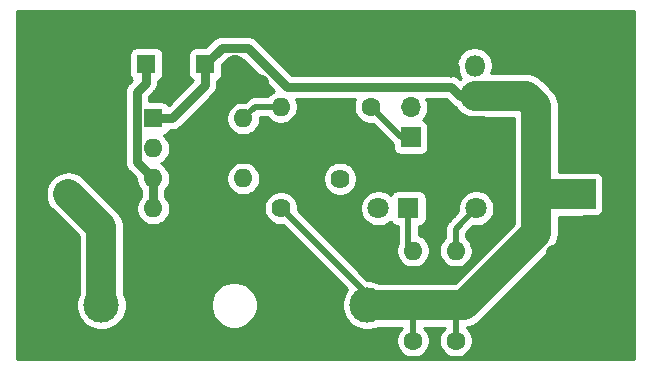
<source format=gbr>
G04 #@! TF.GenerationSoftware,KiCad,Pcbnew,(5.1.10)-1*
G04 #@! TF.CreationDate,2021-06-01T12:55:43+02:00*
G04 #@! TF.ProjectId,overvolt,6f766572-766f-46c7-942e-6b696361645f,rev?*
G04 #@! TF.SameCoordinates,Original*
G04 #@! TF.FileFunction,Copper,L2,Bot*
G04 #@! TF.FilePolarity,Positive*
%FSLAX46Y46*%
G04 Gerber Fmt 4.6, Leading zero omitted, Abs format (unit mm)*
G04 Created by KiCad (PCBNEW (5.1.10)-1) date 2021-06-01 12:55:43*
%MOMM*%
%LPD*%
G01*
G04 APERTURE LIST*
G04 #@! TA.AperFunction,ComponentPad*
%ADD10R,1.800000X1.800000*%
G04 #@! TD*
G04 #@! TA.AperFunction,ComponentPad*
%ADD11C,1.800000*%
G04 #@! TD*
G04 #@! TA.AperFunction,ComponentPad*
%ADD12R,1.600000X1.600000*%
G04 #@! TD*
G04 #@! TA.AperFunction,ComponentPad*
%ADD13O,1.600000X1.600000*%
G04 #@! TD*
G04 #@! TA.AperFunction,ComponentPad*
%ADD14O,1.800000X1.800000*%
G04 #@! TD*
G04 #@! TA.AperFunction,ComponentPad*
%ADD15R,1.700000X1.700000*%
G04 #@! TD*
G04 #@! TA.AperFunction,ComponentPad*
%ADD16O,1.700000X1.700000*%
G04 #@! TD*
G04 #@! TA.AperFunction,ComponentPad*
%ADD17C,1.600000*%
G04 #@! TD*
G04 #@! TA.AperFunction,ComponentPad*
%ADD18C,1.620000*%
G04 #@! TD*
G04 #@! TA.AperFunction,ComponentPad*
%ADD19R,2.500000X2.500000*%
G04 #@! TD*
G04 #@! TA.AperFunction,ComponentPad*
%ADD20C,2.500000*%
G04 #@! TD*
G04 #@! TA.AperFunction,ComponentPad*
%ADD21C,3.000000*%
G04 #@! TD*
G04 #@! TA.AperFunction,ViaPad*
%ADD22C,1.524000*%
G04 #@! TD*
G04 #@! TA.AperFunction,ViaPad*
%ADD23C,3.100000*%
G04 #@! TD*
G04 #@! TA.AperFunction,ViaPad*
%ADD24C,3.099999*%
G04 #@! TD*
G04 #@! TA.AperFunction,Conductor*
%ADD25C,0.508000*%
G04 #@! TD*
G04 #@! TA.AperFunction,Conductor*
%ADD26C,2.540000*%
G04 #@! TD*
G04 #@! TA.AperFunction,Conductor*
%ADD27C,0.762000*%
G04 #@! TD*
G04 #@! TA.AperFunction,Conductor*
%ADD28C,0.254000*%
G04 #@! TD*
G04 #@! TA.AperFunction,Conductor*
%ADD29C,0.100000*%
G04 #@! TD*
G04 APERTURE END LIST*
D10*
X121400000Y-133400000D03*
D11*
X118860000Y-133400000D03*
D12*
X99800000Y-125800000D03*
D13*
X107420000Y-133420000D03*
X99800000Y-128340000D03*
X107420000Y-130880000D03*
X99800000Y-130880000D03*
X107420000Y-128340000D03*
X99800000Y-133420000D03*
X107420000Y-125800000D03*
D10*
X127000000Y-126400000D03*
D14*
X127000000Y-123860000D03*
X127000000Y-121320000D03*
D15*
X121600000Y-127400000D03*
D16*
X121600000Y-124860000D03*
D12*
X99200000Y-121200000D03*
D17*
X96700000Y-121200000D03*
D18*
X110600000Y-128400000D03*
X115600000Y-130900000D03*
X110600000Y-133400000D03*
D17*
X121800000Y-144600000D03*
D13*
X121800000Y-136980000D03*
D17*
X118200000Y-124800000D03*
D13*
X110580000Y-124800000D03*
D17*
X125400000Y-144600000D03*
D13*
X125400000Y-136980000D03*
D19*
X92600000Y-127200000D03*
D20*
X92600000Y-132200000D03*
D19*
X136000000Y-132200000D03*
D20*
X136000000Y-127200000D03*
D21*
X95400000Y-141600000D03*
X117900000Y-141600000D03*
D10*
X124600000Y-133400000D03*
D11*
X127140000Y-133400000D03*
D12*
X104200000Y-121200000D03*
D17*
X106700000Y-121200000D03*
D22*
X118800000Y-145000000D03*
X118800000Y-138600000D03*
X128000000Y-144800000D03*
X127400000Y-136400000D03*
X133800000Y-137200000D03*
X133200000Y-122000000D03*
X92600000Y-121200000D03*
X101800000Y-122600000D03*
X108800000Y-122800000D03*
X103400000Y-129600000D03*
D23*
X138600000Y-118400000D03*
D24*
X138600000Y-144400000D03*
X90200000Y-144400000D03*
D23*
X90200000Y-118400000D03*
D22*
X124400000Y-125000000D03*
X125000000Y-121600000D03*
X127000000Y-118800000D03*
X113400000Y-126200000D03*
X129400000Y-126600000D03*
X98600000Y-137800000D03*
X98600000Y-141600000D03*
X111600000Y-138000000D03*
X111600000Y-141800000D03*
D25*
X118000000Y-141600000D02*
X117900000Y-141600000D01*
X117900000Y-140700000D02*
X117900000Y-141600000D01*
X110600000Y-133400000D02*
X117900000Y-140700000D01*
D26*
X136000000Y-132200000D02*
X132210000Y-132200000D01*
X120021320Y-141600000D02*
X117900000Y-141600000D01*
X122600000Y-141600000D02*
X120021320Y-141600000D01*
X125339602Y-141600000D02*
X122600000Y-141600000D01*
D27*
X122600000Y-141600000D02*
X122600000Y-142400000D01*
X101362000Y-125800000D02*
X99800000Y-125800000D01*
X104200000Y-122962000D02*
X101362000Y-125800000D01*
X104200000Y-121200000D02*
X104200000Y-122962000D01*
X105581001Y-119818999D02*
X104200000Y-121200000D01*
X107806641Y-119818999D02*
X105581001Y-119818999D01*
X111130643Y-123143001D02*
X107806641Y-119818999D01*
X125010209Y-123143001D02*
X111130643Y-123143001D01*
X125727208Y-123860000D02*
X125010209Y-123143001D01*
X127000000Y-123860000D02*
X125727208Y-123860000D01*
D26*
X126096638Y-141600000D02*
X125339602Y-141600000D01*
X132210000Y-135486638D02*
X126096638Y-141600000D01*
X132210000Y-132200000D02*
X132210000Y-135486638D01*
D25*
X121800000Y-142400000D02*
X122600000Y-141600000D01*
X121800000Y-144600000D02*
X121800000Y-142400000D01*
X125400000Y-142296638D02*
X126096638Y-141600000D01*
X125400000Y-144600000D02*
X125400000Y-142296638D01*
D26*
X132210000Y-124713362D02*
X132210000Y-132200000D01*
X131356638Y-123860000D02*
X132210000Y-124713362D01*
X127000000Y-123860000D02*
X131356638Y-123860000D01*
D27*
X107480000Y-128400000D02*
X107420000Y-128340000D01*
X110600000Y-128400000D02*
X107480000Y-128400000D01*
X110600000Y-130240000D02*
X110600000Y-128400000D01*
X107420000Y-133420000D02*
X110600000Y-130240000D01*
D25*
X125400000Y-135140000D02*
X125400000Y-136980000D01*
X127140000Y-133400000D02*
X125400000Y-135140000D01*
D27*
X121200000Y-133600000D02*
X121400000Y-133400000D01*
D25*
X121400000Y-136580000D02*
X121800000Y-136980000D01*
X121400000Y-133400000D02*
X121400000Y-136580000D01*
D26*
X95400000Y-135000000D02*
X92600000Y-132200000D01*
X95400000Y-141600000D02*
X95400000Y-135000000D01*
D25*
X120800000Y-127400000D02*
X118200000Y-124800000D01*
X121600000Y-127400000D02*
X120800000Y-127400000D01*
X108420000Y-124800000D02*
X107420000Y-125800000D01*
X110580000Y-124800000D02*
X108420000Y-124800000D01*
D27*
X99800000Y-130880000D02*
X99800000Y-133420000D01*
X99000001Y-130080001D02*
X99800000Y-130880000D01*
X98418999Y-123543001D02*
X98418999Y-129498999D01*
X99200000Y-122762000D02*
X98418999Y-123543001D01*
X98418999Y-129498999D02*
X99000001Y-130080001D01*
X99200000Y-121200000D02*
X99200000Y-122762000D01*
D28*
X140540001Y-146140000D02*
X88260000Y-146140000D01*
X88260000Y-132200000D01*
X90685783Y-132200000D01*
X90722565Y-132573445D01*
X90831495Y-132932539D01*
X91008387Y-133263482D01*
X91186790Y-133480865D01*
X93495001Y-135789077D01*
X93495000Y-140620053D01*
X93347047Y-140977244D01*
X93265000Y-141389721D01*
X93265000Y-141810279D01*
X93347047Y-142222756D01*
X93507988Y-142611302D01*
X93741637Y-142960983D01*
X94039017Y-143258363D01*
X94388698Y-143492012D01*
X94777244Y-143652953D01*
X95189721Y-143735000D01*
X95610279Y-143735000D01*
X96022756Y-143652953D01*
X96411302Y-143492012D01*
X96760983Y-143258363D01*
X97058363Y-142960983D01*
X97292012Y-142611302D01*
X97452953Y-142222756D01*
X97535000Y-141810279D01*
X97535000Y-141404495D01*
X104665000Y-141404495D01*
X104665000Y-141795505D01*
X104741282Y-142179003D01*
X104890915Y-142540250D01*
X105108149Y-142865364D01*
X105384636Y-143141851D01*
X105709750Y-143359085D01*
X106070997Y-143508718D01*
X106454495Y-143585000D01*
X106845505Y-143585000D01*
X107229003Y-143508718D01*
X107590250Y-143359085D01*
X107915364Y-143141851D01*
X108191851Y-142865364D01*
X108409085Y-142540250D01*
X108558718Y-142179003D01*
X108635000Y-141795505D01*
X108635000Y-141404495D01*
X108558718Y-141020997D01*
X108409085Y-140659750D01*
X108191851Y-140334636D01*
X107915364Y-140058149D01*
X107590250Y-139840915D01*
X107229003Y-139691282D01*
X106845505Y-139615000D01*
X106454495Y-139615000D01*
X106070997Y-139691282D01*
X105709750Y-139840915D01*
X105384636Y-140058149D01*
X105108149Y-140334636D01*
X104890915Y-140659750D01*
X104741282Y-141020997D01*
X104665000Y-141404495D01*
X97535000Y-141404495D01*
X97535000Y-141389721D01*
X97452953Y-140977244D01*
X97305000Y-140620054D01*
X97305000Y-135093580D01*
X97314217Y-135000000D01*
X97302005Y-134876011D01*
X97277436Y-134626555D01*
X97168506Y-134267461D01*
X97078850Y-134099727D01*
X96991613Y-133936517D01*
X96883264Y-133804494D01*
X96753556Y-133646444D01*
X96680860Y-133586784D01*
X93880865Y-130786790D01*
X93663482Y-130608387D01*
X93332539Y-130431495D01*
X92973445Y-130322565D01*
X92600000Y-130285783D01*
X92226555Y-130322565D01*
X91867461Y-130431495D01*
X91536518Y-130608387D01*
X91246445Y-130846445D01*
X91008387Y-131136518D01*
X90831495Y-131467461D01*
X90722565Y-131826555D01*
X90685783Y-132200000D01*
X88260000Y-132200000D01*
X88260000Y-123543001D01*
X97398084Y-123543001D01*
X97402999Y-123592903D01*
X97403000Y-129449087D01*
X97398084Y-129498999D01*
X97417701Y-129698169D01*
X97441008Y-129775000D01*
X97475798Y-129889686D01*
X97570140Y-130066189D01*
X97697104Y-130220895D01*
X97735867Y-130252707D01*
X98365000Y-130881840D01*
X98365000Y-131021335D01*
X98420147Y-131298574D01*
X98528320Y-131559727D01*
X98685363Y-131794759D01*
X98784000Y-131893396D01*
X98784001Y-132406603D01*
X98685363Y-132505241D01*
X98528320Y-132740273D01*
X98420147Y-133001426D01*
X98365000Y-133278665D01*
X98365000Y-133561335D01*
X98420147Y-133838574D01*
X98528320Y-134099727D01*
X98685363Y-134334759D01*
X98885241Y-134534637D01*
X99120273Y-134691680D01*
X99381426Y-134799853D01*
X99658665Y-134855000D01*
X99941335Y-134855000D01*
X100218574Y-134799853D01*
X100479727Y-134691680D01*
X100714759Y-134534637D01*
X100914637Y-134334759D01*
X101071680Y-134099727D01*
X101179853Y-133838574D01*
X101235000Y-133561335D01*
X101235000Y-133278665D01*
X101179853Y-133001426D01*
X101071680Y-132740273D01*
X100914637Y-132505241D01*
X100816000Y-132406604D01*
X100816000Y-131893396D01*
X100914637Y-131794759D01*
X101071680Y-131559727D01*
X101179853Y-131298574D01*
X101235000Y-131021335D01*
X101235000Y-130738665D01*
X105985000Y-130738665D01*
X105985000Y-131021335D01*
X106040147Y-131298574D01*
X106148320Y-131559727D01*
X106305363Y-131794759D01*
X106505241Y-131994637D01*
X106740273Y-132151680D01*
X107001426Y-132259853D01*
X107278665Y-132315000D01*
X107561335Y-132315000D01*
X107838574Y-132259853D01*
X108099727Y-132151680D01*
X108334759Y-131994637D01*
X108534637Y-131794759D01*
X108691680Y-131559727D01*
X108799853Y-131298574D01*
X108855000Y-131021335D01*
X108855000Y-130757680D01*
X114155000Y-130757680D01*
X114155000Y-131042320D01*
X114210530Y-131321491D01*
X114319457Y-131584464D01*
X114477595Y-131821134D01*
X114678866Y-132022405D01*
X114915536Y-132180543D01*
X115178509Y-132289470D01*
X115457680Y-132345000D01*
X115742320Y-132345000D01*
X116021491Y-132289470D01*
X116284464Y-132180543D01*
X116521134Y-132022405D01*
X116722405Y-131821134D01*
X116880543Y-131584464D01*
X116989470Y-131321491D01*
X117045000Y-131042320D01*
X117045000Y-130757680D01*
X116989470Y-130478509D01*
X116880543Y-130215536D01*
X116722405Y-129978866D01*
X116521134Y-129777595D01*
X116284464Y-129619457D01*
X116021491Y-129510530D01*
X115742320Y-129455000D01*
X115457680Y-129455000D01*
X115178509Y-129510530D01*
X114915536Y-129619457D01*
X114678866Y-129777595D01*
X114477595Y-129978866D01*
X114319457Y-130215536D01*
X114210530Y-130478509D01*
X114155000Y-130757680D01*
X108855000Y-130757680D01*
X108855000Y-130738665D01*
X108799853Y-130461426D01*
X108691680Y-130200273D01*
X108534637Y-129965241D01*
X108334759Y-129765363D01*
X108099727Y-129608320D01*
X107838574Y-129500147D01*
X107561335Y-129445000D01*
X107278665Y-129445000D01*
X107001426Y-129500147D01*
X106740273Y-129608320D01*
X106505241Y-129765363D01*
X106305363Y-129965241D01*
X106148320Y-130200273D01*
X106040147Y-130461426D01*
X105985000Y-130738665D01*
X101235000Y-130738665D01*
X101179853Y-130461426D01*
X101071680Y-130200273D01*
X100914637Y-129965241D01*
X100714759Y-129765363D01*
X100482241Y-129610000D01*
X100714759Y-129454637D01*
X100914637Y-129254759D01*
X101071680Y-129019727D01*
X101179853Y-128758574D01*
X101235000Y-128481335D01*
X101235000Y-128198665D01*
X101179853Y-127921426D01*
X101071680Y-127660273D01*
X100914637Y-127425241D01*
X100716039Y-127226643D01*
X100724482Y-127225812D01*
X100844180Y-127189502D01*
X100954494Y-127130537D01*
X101051185Y-127051185D01*
X101130537Y-126954494D01*
X101189502Y-126844180D01*
X101198050Y-126816000D01*
X101312098Y-126816000D01*
X101362000Y-126820915D01*
X101411902Y-126816000D01*
X101561171Y-126801298D01*
X101752687Y-126743202D01*
X101929190Y-126648860D01*
X102083896Y-126521896D01*
X102115712Y-126483128D01*
X104883133Y-123715708D01*
X104921896Y-123683896D01*
X105048860Y-123529190D01*
X105143202Y-123352687D01*
X105201298Y-123161171D01*
X105216000Y-123011902D01*
X105220915Y-122962001D01*
X105216000Y-122912099D01*
X105216000Y-122598050D01*
X105244180Y-122589502D01*
X105354494Y-122530537D01*
X105451185Y-122451185D01*
X105530537Y-122354494D01*
X105589502Y-122244180D01*
X105625812Y-122124482D01*
X105638072Y-122000000D01*
X105638072Y-121198769D01*
X106001842Y-120834999D01*
X107385801Y-120834999D01*
X110026738Y-123475937D01*
X109900273Y-123528320D01*
X109665241Y-123685363D01*
X109465363Y-123885241D01*
X109448151Y-123911000D01*
X108463668Y-123911000D01*
X108420000Y-123906699D01*
X108245725Y-123923864D01*
X108213340Y-123933688D01*
X108078149Y-123974697D01*
X107923709Y-124057247D01*
X107788341Y-124168341D01*
X107760505Y-124202259D01*
X107591720Y-124371044D01*
X107561335Y-124365000D01*
X107278665Y-124365000D01*
X107001426Y-124420147D01*
X106740273Y-124528320D01*
X106505241Y-124685363D01*
X106305363Y-124885241D01*
X106148320Y-125120273D01*
X106040147Y-125381426D01*
X105985000Y-125658665D01*
X105985000Y-125941335D01*
X106040147Y-126218574D01*
X106148320Y-126479727D01*
X106305363Y-126714759D01*
X106505241Y-126914637D01*
X106740273Y-127071680D01*
X107001426Y-127179853D01*
X107278665Y-127235000D01*
X107561335Y-127235000D01*
X107838574Y-127179853D01*
X108099727Y-127071680D01*
X108334759Y-126914637D01*
X108534637Y-126714759D01*
X108691680Y-126479727D01*
X108799853Y-126218574D01*
X108855000Y-125941335D01*
X108855000Y-125689000D01*
X109448151Y-125689000D01*
X109465363Y-125714759D01*
X109665241Y-125914637D01*
X109900273Y-126071680D01*
X110161426Y-126179853D01*
X110438665Y-126235000D01*
X110721335Y-126235000D01*
X110998574Y-126179853D01*
X111259727Y-126071680D01*
X111494759Y-125914637D01*
X111694637Y-125714759D01*
X111851680Y-125479727D01*
X111959853Y-125218574D01*
X112015000Y-124941335D01*
X112015000Y-124658665D01*
X111959853Y-124381426D01*
X111867722Y-124159001D01*
X116912278Y-124159001D01*
X116820147Y-124381426D01*
X116765000Y-124658665D01*
X116765000Y-124941335D01*
X116820147Y-125218574D01*
X116928320Y-125479727D01*
X117085363Y-125714759D01*
X117285241Y-125914637D01*
X117520273Y-126071680D01*
X117781426Y-126179853D01*
X118058665Y-126235000D01*
X118341335Y-126235000D01*
X118371721Y-126228956D01*
X120111928Y-127969163D01*
X120111928Y-128250000D01*
X120124188Y-128374482D01*
X120160498Y-128494180D01*
X120219463Y-128604494D01*
X120298815Y-128701185D01*
X120395506Y-128780537D01*
X120505820Y-128839502D01*
X120625518Y-128875812D01*
X120750000Y-128888072D01*
X122450000Y-128888072D01*
X122574482Y-128875812D01*
X122694180Y-128839502D01*
X122804494Y-128780537D01*
X122901185Y-128701185D01*
X122980537Y-128604494D01*
X123039502Y-128494180D01*
X123075812Y-128374482D01*
X123088072Y-128250000D01*
X123088072Y-126550000D01*
X123075812Y-126425518D01*
X123039502Y-126305820D01*
X122980537Y-126195506D01*
X122901185Y-126098815D01*
X122804494Y-126019463D01*
X122694180Y-125960498D01*
X122621620Y-125938487D01*
X122753475Y-125806632D01*
X122915990Y-125563411D01*
X123027932Y-125293158D01*
X123085000Y-125006260D01*
X123085000Y-124713740D01*
X123027932Y-124426842D01*
X122916989Y-124159001D01*
X124589369Y-124159001D01*
X124973500Y-124543133D01*
X125005312Y-124581896D01*
X125160018Y-124708860D01*
X125328102Y-124798702D01*
X125336521Y-124803202D01*
X125345562Y-124805945D01*
X125408387Y-124923482D01*
X125646444Y-125213556D01*
X125936518Y-125451613D01*
X126267461Y-125628506D01*
X126626555Y-125737436D01*
X126906418Y-125765000D01*
X130305000Y-125765000D01*
X130305001Y-132106408D01*
X130295783Y-132200000D01*
X130305000Y-132293582D01*
X130305001Y-134697560D01*
X125307563Y-139695000D01*
X118879946Y-139695000D01*
X118522756Y-139547047D01*
X118110279Y-139465000D01*
X117922236Y-139465000D01*
X112037460Y-133580225D01*
X112045000Y-133542320D01*
X112045000Y-133257680D01*
X112043237Y-133248816D01*
X117325000Y-133248816D01*
X117325000Y-133551184D01*
X117383989Y-133847743D01*
X117499701Y-134127095D01*
X117667688Y-134378505D01*
X117881495Y-134592312D01*
X118132905Y-134760299D01*
X118412257Y-134876011D01*
X118708816Y-134935000D01*
X119011184Y-134935000D01*
X119307743Y-134876011D01*
X119587095Y-134760299D01*
X119838505Y-134592312D01*
X119904944Y-134525873D01*
X119910498Y-134544180D01*
X119969463Y-134654494D01*
X120048815Y-134751185D01*
X120145506Y-134830537D01*
X120255820Y-134889502D01*
X120375518Y-134925812D01*
X120500000Y-134938072D01*
X120511000Y-134938072D01*
X120511001Y-136342085D01*
X120420147Y-136561426D01*
X120365000Y-136838665D01*
X120365000Y-137121335D01*
X120420147Y-137398574D01*
X120528320Y-137659727D01*
X120685363Y-137894759D01*
X120885241Y-138094637D01*
X121120273Y-138251680D01*
X121381426Y-138359853D01*
X121658665Y-138415000D01*
X121941335Y-138415000D01*
X122218574Y-138359853D01*
X122479727Y-138251680D01*
X122714759Y-138094637D01*
X122914637Y-137894759D01*
X123071680Y-137659727D01*
X123179853Y-137398574D01*
X123235000Y-137121335D01*
X123235000Y-136838665D01*
X123965000Y-136838665D01*
X123965000Y-137121335D01*
X124020147Y-137398574D01*
X124128320Y-137659727D01*
X124285363Y-137894759D01*
X124485241Y-138094637D01*
X124720273Y-138251680D01*
X124981426Y-138359853D01*
X125258665Y-138415000D01*
X125541335Y-138415000D01*
X125818574Y-138359853D01*
X126079727Y-138251680D01*
X126314759Y-138094637D01*
X126514637Y-137894759D01*
X126671680Y-137659727D01*
X126779853Y-137398574D01*
X126835000Y-137121335D01*
X126835000Y-136838665D01*
X126779853Y-136561426D01*
X126671680Y-136300273D01*
X126514637Y-136065241D01*
X126314759Y-135865363D01*
X126289000Y-135848151D01*
X126289000Y-135508235D01*
X126883236Y-134913999D01*
X126988816Y-134935000D01*
X127291184Y-134935000D01*
X127587743Y-134876011D01*
X127867095Y-134760299D01*
X128118505Y-134592312D01*
X128332312Y-134378505D01*
X128500299Y-134127095D01*
X128616011Y-133847743D01*
X128675000Y-133551184D01*
X128675000Y-133248816D01*
X128616011Y-132952257D01*
X128500299Y-132672905D01*
X128332312Y-132421495D01*
X128118505Y-132207688D01*
X127867095Y-132039701D01*
X127587743Y-131923989D01*
X127291184Y-131865000D01*
X126988816Y-131865000D01*
X126692257Y-131923989D01*
X126412905Y-132039701D01*
X126161495Y-132207688D01*
X125947688Y-132421495D01*
X125779701Y-132672905D01*
X125663989Y-132952257D01*
X125605000Y-133248816D01*
X125605000Y-133551184D01*
X125626001Y-133656764D01*
X124802264Y-134480501D01*
X124768341Y-134508341D01*
X124657247Y-134643710D01*
X124574697Y-134798150D01*
X124523864Y-134965727D01*
X124511000Y-135096334D01*
X124511000Y-135096340D01*
X124506700Y-135140000D01*
X124511000Y-135183660D01*
X124511000Y-135848151D01*
X124485241Y-135865363D01*
X124285363Y-136065241D01*
X124128320Y-136300273D01*
X124020147Y-136561426D01*
X123965000Y-136838665D01*
X123235000Y-136838665D01*
X123179853Y-136561426D01*
X123071680Y-136300273D01*
X122914637Y-136065241D01*
X122714759Y-135865363D01*
X122479727Y-135708320D01*
X122289000Y-135629318D01*
X122289000Y-134938072D01*
X122300000Y-134938072D01*
X122424482Y-134925812D01*
X122544180Y-134889502D01*
X122654494Y-134830537D01*
X122751185Y-134751185D01*
X122830537Y-134654494D01*
X122889502Y-134544180D01*
X122925812Y-134424482D01*
X122938072Y-134300000D01*
X122938072Y-132500000D01*
X122925812Y-132375518D01*
X122889502Y-132255820D01*
X122830537Y-132145506D01*
X122751185Y-132048815D01*
X122654494Y-131969463D01*
X122544180Y-131910498D01*
X122424482Y-131874188D01*
X122300000Y-131861928D01*
X120500000Y-131861928D01*
X120375518Y-131874188D01*
X120255820Y-131910498D01*
X120145506Y-131969463D01*
X120048815Y-132048815D01*
X119969463Y-132145506D01*
X119910498Y-132255820D01*
X119904944Y-132274127D01*
X119838505Y-132207688D01*
X119587095Y-132039701D01*
X119307743Y-131923989D01*
X119011184Y-131865000D01*
X118708816Y-131865000D01*
X118412257Y-131923989D01*
X118132905Y-132039701D01*
X117881495Y-132207688D01*
X117667688Y-132421495D01*
X117499701Y-132672905D01*
X117383989Y-132952257D01*
X117325000Y-133248816D01*
X112043237Y-133248816D01*
X111989470Y-132978509D01*
X111880543Y-132715536D01*
X111722405Y-132478866D01*
X111521134Y-132277595D01*
X111284464Y-132119457D01*
X111021491Y-132010530D01*
X110742320Y-131955000D01*
X110457680Y-131955000D01*
X110178509Y-132010530D01*
X109915536Y-132119457D01*
X109678866Y-132277595D01*
X109477595Y-132478866D01*
X109319457Y-132715536D01*
X109210530Y-132978509D01*
X109155000Y-133257680D01*
X109155000Y-133542320D01*
X109210530Y-133821491D01*
X109319457Y-134084464D01*
X109477595Y-134321134D01*
X109678866Y-134522405D01*
X109915536Y-134680543D01*
X110178509Y-134789470D01*
X110457680Y-134845000D01*
X110742320Y-134845000D01*
X110780225Y-134837460D01*
X116217662Y-140274898D01*
X116007988Y-140588698D01*
X115847047Y-140977244D01*
X115765000Y-141389721D01*
X115765000Y-141810279D01*
X115847047Y-142222756D01*
X116007988Y-142611302D01*
X116241637Y-142960983D01*
X116539017Y-143258363D01*
X116888698Y-143492012D01*
X117277244Y-143652953D01*
X117689721Y-143735000D01*
X118110279Y-143735000D01*
X118522756Y-143652953D01*
X118879946Y-143505000D01*
X120865604Y-143505000D01*
X120685363Y-143685241D01*
X120528320Y-143920273D01*
X120420147Y-144181426D01*
X120365000Y-144458665D01*
X120365000Y-144741335D01*
X120420147Y-145018574D01*
X120528320Y-145279727D01*
X120685363Y-145514759D01*
X120885241Y-145714637D01*
X121120273Y-145871680D01*
X121381426Y-145979853D01*
X121658665Y-146035000D01*
X121941335Y-146035000D01*
X122218574Y-145979853D01*
X122479727Y-145871680D01*
X122714759Y-145714637D01*
X122914637Y-145514759D01*
X123071680Y-145279727D01*
X123179853Y-145018574D01*
X123235000Y-144741335D01*
X123235000Y-144458665D01*
X123179853Y-144181426D01*
X123071680Y-143920273D01*
X122914637Y-143685241D01*
X122734396Y-143505000D01*
X124465604Y-143505000D01*
X124285363Y-143685241D01*
X124128320Y-143920273D01*
X124020147Y-144181426D01*
X123965000Y-144458665D01*
X123965000Y-144741335D01*
X124020147Y-145018574D01*
X124128320Y-145279727D01*
X124285363Y-145514759D01*
X124485241Y-145714637D01*
X124720273Y-145871680D01*
X124981426Y-145979853D01*
X125258665Y-146035000D01*
X125541335Y-146035000D01*
X125818574Y-145979853D01*
X126079727Y-145871680D01*
X126314759Y-145714637D01*
X126514637Y-145514759D01*
X126671680Y-145279727D01*
X126779853Y-145018574D01*
X126835000Y-144741335D01*
X126835000Y-144458665D01*
X126779853Y-144181426D01*
X126671680Y-143920273D01*
X126514637Y-143685241D01*
X126321469Y-143492073D01*
X126470083Y-143477436D01*
X126829177Y-143368506D01*
X127160120Y-143191613D01*
X127450194Y-142953556D01*
X127509858Y-142880855D01*
X133490866Y-136899849D01*
X133563556Y-136840194D01*
X133801613Y-136550120D01*
X133978506Y-136219177D01*
X134087436Y-135860083D01*
X134115000Y-135580220D01*
X134115000Y-135580211D01*
X134124216Y-135486639D01*
X134115000Y-135393067D01*
X134115000Y-134105000D01*
X136093582Y-134105000D01*
X136265455Y-134088072D01*
X137250000Y-134088072D01*
X137374482Y-134075812D01*
X137494180Y-134039502D01*
X137604494Y-133980537D01*
X137701185Y-133901185D01*
X137780537Y-133804494D01*
X137839502Y-133694180D01*
X137875812Y-133574482D01*
X137888072Y-133450000D01*
X137888072Y-132465456D01*
X137914217Y-132200000D01*
X137888072Y-131934544D01*
X137888072Y-130950000D01*
X137875812Y-130825518D01*
X137839502Y-130705820D01*
X137780537Y-130595506D01*
X137701185Y-130498815D01*
X137604494Y-130419463D01*
X137494180Y-130360498D01*
X137374482Y-130324188D01*
X137250000Y-130311928D01*
X136265455Y-130311928D01*
X136093582Y-130295000D01*
X134115000Y-130295000D01*
X134115000Y-124806941D01*
X134124217Y-124713361D01*
X134109498Y-124563916D01*
X134087436Y-124339917D01*
X133978506Y-123980823D01*
X133801613Y-123649880D01*
X133563556Y-123359806D01*
X133490860Y-123300146D01*
X132769858Y-122579144D01*
X132710194Y-122506444D01*
X132420120Y-122268387D01*
X132089177Y-122091494D01*
X131730083Y-121982564D01*
X131450220Y-121955000D01*
X131450218Y-121955000D01*
X131356638Y-121945783D01*
X131263058Y-121955000D01*
X128398446Y-121955000D01*
X128476011Y-121767743D01*
X128535000Y-121471184D01*
X128535000Y-121168816D01*
X128476011Y-120872257D01*
X128360299Y-120592905D01*
X128192312Y-120341495D01*
X127978505Y-120127688D01*
X127727095Y-119959701D01*
X127447743Y-119843989D01*
X127151184Y-119785000D01*
X126848816Y-119785000D01*
X126552257Y-119843989D01*
X126272905Y-119959701D01*
X126021495Y-120127688D01*
X125807688Y-120341495D01*
X125639701Y-120592905D01*
X125523989Y-120872257D01*
X125465000Y-121168816D01*
X125465000Y-121471184D01*
X125523989Y-121767743D01*
X125639701Y-122047095D01*
X125807688Y-122298505D01*
X125849216Y-122340033D01*
X125739480Y-122430091D01*
X125732105Y-122421105D01*
X125577399Y-122294141D01*
X125400896Y-122199799D01*
X125209380Y-122141703D01*
X125060111Y-122127001D01*
X125010209Y-122122086D01*
X124960307Y-122127001D01*
X111551484Y-122127001D01*
X108560353Y-119135871D01*
X108528537Y-119097103D01*
X108373831Y-118970139D01*
X108197328Y-118875797D01*
X108005812Y-118817701D01*
X107856543Y-118802999D01*
X107806641Y-118798084D01*
X107756739Y-118802999D01*
X105630894Y-118802999D01*
X105581000Y-118798085D01*
X105531106Y-118802999D01*
X105531099Y-118802999D01*
X105401178Y-118815795D01*
X105381829Y-118817701D01*
X105323733Y-118835325D01*
X105190314Y-118875797D01*
X105013811Y-118970139D01*
X104859105Y-119097103D01*
X104827293Y-119135866D01*
X104201231Y-119761928D01*
X103400000Y-119761928D01*
X103275518Y-119774188D01*
X103155820Y-119810498D01*
X103045506Y-119869463D01*
X102948815Y-119948815D01*
X102869463Y-120045506D01*
X102810498Y-120155820D01*
X102774188Y-120275518D01*
X102761928Y-120400000D01*
X102761928Y-122000000D01*
X102774188Y-122124482D01*
X102810498Y-122244180D01*
X102869463Y-122354494D01*
X102948815Y-122451185D01*
X103045506Y-122530537D01*
X103142680Y-122582479D01*
X101107601Y-124617559D01*
X101051185Y-124548815D01*
X100954494Y-124469463D01*
X100844180Y-124410498D01*
X100724482Y-124374188D01*
X100600000Y-124361928D01*
X99434999Y-124361928D01*
X99434999Y-123963841D01*
X99883133Y-123515708D01*
X99921896Y-123483896D01*
X100048860Y-123329190D01*
X100143202Y-123152687D01*
X100201298Y-122961171D01*
X100216000Y-122811902D01*
X100216000Y-122811895D01*
X100220914Y-122762001D01*
X100216000Y-122712107D01*
X100216000Y-122598050D01*
X100244180Y-122589502D01*
X100354494Y-122530537D01*
X100451185Y-122451185D01*
X100530537Y-122354494D01*
X100589502Y-122244180D01*
X100625812Y-122124482D01*
X100638072Y-122000000D01*
X100638072Y-120400000D01*
X100625812Y-120275518D01*
X100589502Y-120155820D01*
X100530537Y-120045506D01*
X100451185Y-119948815D01*
X100354494Y-119869463D01*
X100244180Y-119810498D01*
X100124482Y-119774188D01*
X100000000Y-119761928D01*
X98400000Y-119761928D01*
X98275518Y-119774188D01*
X98155820Y-119810498D01*
X98045506Y-119869463D01*
X97948815Y-119948815D01*
X97869463Y-120045506D01*
X97810498Y-120155820D01*
X97774188Y-120275518D01*
X97761928Y-120400000D01*
X97761928Y-122000000D01*
X97774188Y-122124482D01*
X97810498Y-122244180D01*
X97869463Y-122354494D01*
X97948815Y-122451185D01*
X98017558Y-122507601D01*
X97735871Y-122789289D01*
X97697103Y-122821105D01*
X97570139Y-122975811D01*
X97475797Y-123152315D01*
X97473111Y-123161171D01*
X97417701Y-123343831D01*
X97398084Y-123543001D01*
X88260000Y-123543001D01*
X88260000Y-116660000D01*
X140540000Y-116660000D01*
X140540001Y-146140000D01*
G04 #@! TA.AperFunction,Conductor*
D29*
G36*
X140540001Y-146140000D02*
G01*
X88260000Y-146140000D01*
X88260000Y-132200000D01*
X90685783Y-132200000D01*
X90722565Y-132573445D01*
X90831495Y-132932539D01*
X91008387Y-133263482D01*
X91186790Y-133480865D01*
X93495001Y-135789077D01*
X93495000Y-140620053D01*
X93347047Y-140977244D01*
X93265000Y-141389721D01*
X93265000Y-141810279D01*
X93347047Y-142222756D01*
X93507988Y-142611302D01*
X93741637Y-142960983D01*
X94039017Y-143258363D01*
X94388698Y-143492012D01*
X94777244Y-143652953D01*
X95189721Y-143735000D01*
X95610279Y-143735000D01*
X96022756Y-143652953D01*
X96411302Y-143492012D01*
X96760983Y-143258363D01*
X97058363Y-142960983D01*
X97292012Y-142611302D01*
X97452953Y-142222756D01*
X97535000Y-141810279D01*
X97535000Y-141404495D01*
X104665000Y-141404495D01*
X104665000Y-141795505D01*
X104741282Y-142179003D01*
X104890915Y-142540250D01*
X105108149Y-142865364D01*
X105384636Y-143141851D01*
X105709750Y-143359085D01*
X106070997Y-143508718D01*
X106454495Y-143585000D01*
X106845505Y-143585000D01*
X107229003Y-143508718D01*
X107590250Y-143359085D01*
X107915364Y-143141851D01*
X108191851Y-142865364D01*
X108409085Y-142540250D01*
X108558718Y-142179003D01*
X108635000Y-141795505D01*
X108635000Y-141404495D01*
X108558718Y-141020997D01*
X108409085Y-140659750D01*
X108191851Y-140334636D01*
X107915364Y-140058149D01*
X107590250Y-139840915D01*
X107229003Y-139691282D01*
X106845505Y-139615000D01*
X106454495Y-139615000D01*
X106070997Y-139691282D01*
X105709750Y-139840915D01*
X105384636Y-140058149D01*
X105108149Y-140334636D01*
X104890915Y-140659750D01*
X104741282Y-141020997D01*
X104665000Y-141404495D01*
X97535000Y-141404495D01*
X97535000Y-141389721D01*
X97452953Y-140977244D01*
X97305000Y-140620054D01*
X97305000Y-135093580D01*
X97314217Y-135000000D01*
X97302005Y-134876011D01*
X97277436Y-134626555D01*
X97168506Y-134267461D01*
X97078850Y-134099727D01*
X96991613Y-133936517D01*
X96883264Y-133804494D01*
X96753556Y-133646444D01*
X96680860Y-133586784D01*
X93880865Y-130786790D01*
X93663482Y-130608387D01*
X93332539Y-130431495D01*
X92973445Y-130322565D01*
X92600000Y-130285783D01*
X92226555Y-130322565D01*
X91867461Y-130431495D01*
X91536518Y-130608387D01*
X91246445Y-130846445D01*
X91008387Y-131136518D01*
X90831495Y-131467461D01*
X90722565Y-131826555D01*
X90685783Y-132200000D01*
X88260000Y-132200000D01*
X88260000Y-123543001D01*
X97398084Y-123543001D01*
X97402999Y-123592903D01*
X97403000Y-129449087D01*
X97398084Y-129498999D01*
X97417701Y-129698169D01*
X97441008Y-129775000D01*
X97475798Y-129889686D01*
X97570140Y-130066189D01*
X97697104Y-130220895D01*
X97735867Y-130252707D01*
X98365000Y-130881840D01*
X98365000Y-131021335D01*
X98420147Y-131298574D01*
X98528320Y-131559727D01*
X98685363Y-131794759D01*
X98784000Y-131893396D01*
X98784001Y-132406603D01*
X98685363Y-132505241D01*
X98528320Y-132740273D01*
X98420147Y-133001426D01*
X98365000Y-133278665D01*
X98365000Y-133561335D01*
X98420147Y-133838574D01*
X98528320Y-134099727D01*
X98685363Y-134334759D01*
X98885241Y-134534637D01*
X99120273Y-134691680D01*
X99381426Y-134799853D01*
X99658665Y-134855000D01*
X99941335Y-134855000D01*
X100218574Y-134799853D01*
X100479727Y-134691680D01*
X100714759Y-134534637D01*
X100914637Y-134334759D01*
X101071680Y-134099727D01*
X101179853Y-133838574D01*
X101235000Y-133561335D01*
X101235000Y-133278665D01*
X101179853Y-133001426D01*
X101071680Y-132740273D01*
X100914637Y-132505241D01*
X100816000Y-132406604D01*
X100816000Y-131893396D01*
X100914637Y-131794759D01*
X101071680Y-131559727D01*
X101179853Y-131298574D01*
X101235000Y-131021335D01*
X101235000Y-130738665D01*
X105985000Y-130738665D01*
X105985000Y-131021335D01*
X106040147Y-131298574D01*
X106148320Y-131559727D01*
X106305363Y-131794759D01*
X106505241Y-131994637D01*
X106740273Y-132151680D01*
X107001426Y-132259853D01*
X107278665Y-132315000D01*
X107561335Y-132315000D01*
X107838574Y-132259853D01*
X108099727Y-132151680D01*
X108334759Y-131994637D01*
X108534637Y-131794759D01*
X108691680Y-131559727D01*
X108799853Y-131298574D01*
X108855000Y-131021335D01*
X108855000Y-130757680D01*
X114155000Y-130757680D01*
X114155000Y-131042320D01*
X114210530Y-131321491D01*
X114319457Y-131584464D01*
X114477595Y-131821134D01*
X114678866Y-132022405D01*
X114915536Y-132180543D01*
X115178509Y-132289470D01*
X115457680Y-132345000D01*
X115742320Y-132345000D01*
X116021491Y-132289470D01*
X116284464Y-132180543D01*
X116521134Y-132022405D01*
X116722405Y-131821134D01*
X116880543Y-131584464D01*
X116989470Y-131321491D01*
X117045000Y-131042320D01*
X117045000Y-130757680D01*
X116989470Y-130478509D01*
X116880543Y-130215536D01*
X116722405Y-129978866D01*
X116521134Y-129777595D01*
X116284464Y-129619457D01*
X116021491Y-129510530D01*
X115742320Y-129455000D01*
X115457680Y-129455000D01*
X115178509Y-129510530D01*
X114915536Y-129619457D01*
X114678866Y-129777595D01*
X114477595Y-129978866D01*
X114319457Y-130215536D01*
X114210530Y-130478509D01*
X114155000Y-130757680D01*
X108855000Y-130757680D01*
X108855000Y-130738665D01*
X108799853Y-130461426D01*
X108691680Y-130200273D01*
X108534637Y-129965241D01*
X108334759Y-129765363D01*
X108099727Y-129608320D01*
X107838574Y-129500147D01*
X107561335Y-129445000D01*
X107278665Y-129445000D01*
X107001426Y-129500147D01*
X106740273Y-129608320D01*
X106505241Y-129765363D01*
X106305363Y-129965241D01*
X106148320Y-130200273D01*
X106040147Y-130461426D01*
X105985000Y-130738665D01*
X101235000Y-130738665D01*
X101179853Y-130461426D01*
X101071680Y-130200273D01*
X100914637Y-129965241D01*
X100714759Y-129765363D01*
X100482241Y-129610000D01*
X100714759Y-129454637D01*
X100914637Y-129254759D01*
X101071680Y-129019727D01*
X101179853Y-128758574D01*
X101235000Y-128481335D01*
X101235000Y-128198665D01*
X101179853Y-127921426D01*
X101071680Y-127660273D01*
X100914637Y-127425241D01*
X100716039Y-127226643D01*
X100724482Y-127225812D01*
X100844180Y-127189502D01*
X100954494Y-127130537D01*
X101051185Y-127051185D01*
X101130537Y-126954494D01*
X101189502Y-126844180D01*
X101198050Y-126816000D01*
X101312098Y-126816000D01*
X101362000Y-126820915D01*
X101411902Y-126816000D01*
X101561171Y-126801298D01*
X101752687Y-126743202D01*
X101929190Y-126648860D01*
X102083896Y-126521896D01*
X102115712Y-126483128D01*
X104883133Y-123715708D01*
X104921896Y-123683896D01*
X105048860Y-123529190D01*
X105143202Y-123352687D01*
X105201298Y-123161171D01*
X105216000Y-123011902D01*
X105220915Y-122962001D01*
X105216000Y-122912099D01*
X105216000Y-122598050D01*
X105244180Y-122589502D01*
X105354494Y-122530537D01*
X105451185Y-122451185D01*
X105530537Y-122354494D01*
X105589502Y-122244180D01*
X105625812Y-122124482D01*
X105638072Y-122000000D01*
X105638072Y-121198769D01*
X106001842Y-120834999D01*
X107385801Y-120834999D01*
X110026738Y-123475937D01*
X109900273Y-123528320D01*
X109665241Y-123685363D01*
X109465363Y-123885241D01*
X109448151Y-123911000D01*
X108463668Y-123911000D01*
X108420000Y-123906699D01*
X108245725Y-123923864D01*
X108213340Y-123933688D01*
X108078149Y-123974697D01*
X107923709Y-124057247D01*
X107788341Y-124168341D01*
X107760505Y-124202259D01*
X107591720Y-124371044D01*
X107561335Y-124365000D01*
X107278665Y-124365000D01*
X107001426Y-124420147D01*
X106740273Y-124528320D01*
X106505241Y-124685363D01*
X106305363Y-124885241D01*
X106148320Y-125120273D01*
X106040147Y-125381426D01*
X105985000Y-125658665D01*
X105985000Y-125941335D01*
X106040147Y-126218574D01*
X106148320Y-126479727D01*
X106305363Y-126714759D01*
X106505241Y-126914637D01*
X106740273Y-127071680D01*
X107001426Y-127179853D01*
X107278665Y-127235000D01*
X107561335Y-127235000D01*
X107838574Y-127179853D01*
X108099727Y-127071680D01*
X108334759Y-126914637D01*
X108534637Y-126714759D01*
X108691680Y-126479727D01*
X108799853Y-126218574D01*
X108855000Y-125941335D01*
X108855000Y-125689000D01*
X109448151Y-125689000D01*
X109465363Y-125714759D01*
X109665241Y-125914637D01*
X109900273Y-126071680D01*
X110161426Y-126179853D01*
X110438665Y-126235000D01*
X110721335Y-126235000D01*
X110998574Y-126179853D01*
X111259727Y-126071680D01*
X111494759Y-125914637D01*
X111694637Y-125714759D01*
X111851680Y-125479727D01*
X111959853Y-125218574D01*
X112015000Y-124941335D01*
X112015000Y-124658665D01*
X111959853Y-124381426D01*
X111867722Y-124159001D01*
X116912278Y-124159001D01*
X116820147Y-124381426D01*
X116765000Y-124658665D01*
X116765000Y-124941335D01*
X116820147Y-125218574D01*
X116928320Y-125479727D01*
X117085363Y-125714759D01*
X117285241Y-125914637D01*
X117520273Y-126071680D01*
X117781426Y-126179853D01*
X118058665Y-126235000D01*
X118341335Y-126235000D01*
X118371721Y-126228956D01*
X120111928Y-127969163D01*
X120111928Y-128250000D01*
X120124188Y-128374482D01*
X120160498Y-128494180D01*
X120219463Y-128604494D01*
X120298815Y-128701185D01*
X120395506Y-128780537D01*
X120505820Y-128839502D01*
X120625518Y-128875812D01*
X120750000Y-128888072D01*
X122450000Y-128888072D01*
X122574482Y-128875812D01*
X122694180Y-128839502D01*
X122804494Y-128780537D01*
X122901185Y-128701185D01*
X122980537Y-128604494D01*
X123039502Y-128494180D01*
X123075812Y-128374482D01*
X123088072Y-128250000D01*
X123088072Y-126550000D01*
X123075812Y-126425518D01*
X123039502Y-126305820D01*
X122980537Y-126195506D01*
X122901185Y-126098815D01*
X122804494Y-126019463D01*
X122694180Y-125960498D01*
X122621620Y-125938487D01*
X122753475Y-125806632D01*
X122915990Y-125563411D01*
X123027932Y-125293158D01*
X123085000Y-125006260D01*
X123085000Y-124713740D01*
X123027932Y-124426842D01*
X122916989Y-124159001D01*
X124589369Y-124159001D01*
X124973500Y-124543133D01*
X125005312Y-124581896D01*
X125160018Y-124708860D01*
X125328102Y-124798702D01*
X125336521Y-124803202D01*
X125345562Y-124805945D01*
X125408387Y-124923482D01*
X125646444Y-125213556D01*
X125936518Y-125451613D01*
X126267461Y-125628506D01*
X126626555Y-125737436D01*
X126906418Y-125765000D01*
X130305000Y-125765000D01*
X130305001Y-132106408D01*
X130295783Y-132200000D01*
X130305000Y-132293582D01*
X130305001Y-134697560D01*
X125307563Y-139695000D01*
X118879946Y-139695000D01*
X118522756Y-139547047D01*
X118110279Y-139465000D01*
X117922236Y-139465000D01*
X112037460Y-133580225D01*
X112045000Y-133542320D01*
X112045000Y-133257680D01*
X112043237Y-133248816D01*
X117325000Y-133248816D01*
X117325000Y-133551184D01*
X117383989Y-133847743D01*
X117499701Y-134127095D01*
X117667688Y-134378505D01*
X117881495Y-134592312D01*
X118132905Y-134760299D01*
X118412257Y-134876011D01*
X118708816Y-134935000D01*
X119011184Y-134935000D01*
X119307743Y-134876011D01*
X119587095Y-134760299D01*
X119838505Y-134592312D01*
X119904944Y-134525873D01*
X119910498Y-134544180D01*
X119969463Y-134654494D01*
X120048815Y-134751185D01*
X120145506Y-134830537D01*
X120255820Y-134889502D01*
X120375518Y-134925812D01*
X120500000Y-134938072D01*
X120511000Y-134938072D01*
X120511001Y-136342085D01*
X120420147Y-136561426D01*
X120365000Y-136838665D01*
X120365000Y-137121335D01*
X120420147Y-137398574D01*
X120528320Y-137659727D01*
X120685363Y-137894759D01*
X120885241Y-138094637D01*
X121120273Y-138251680D01*
X121381426Y-138359853D01*
X121658665Y-138415000D01*
X121941335Y-138415000D01*
X122218574Y-138359853D01*
X122479727Y-138251680D01*
X122714759Y-138094637D01*
X122914637Y-137894759D01*
X123071680Y-137659727D01*
X123179853Y-137398574D01*
X123235000Y-137121335D01*
X123235000Y-136838665D01*
X123965000Y-136838665D01*
X123965000Y-137121335D01*
X124020147Y-137398574D01*
X124128320Y-137659727D01*
X124285363Y-137894759D01*
X124485241Y-138094637D01*
X124720273Y-138251680D01*
X124981426Y-138359853D01*
X125258665Y-138415000D01*
X125541335Y-138415000D01*
X125818574Y-138359853D01*
X126079727Y-138251680D01*
X126314759Y-138094637D01*
X126514637Y-137894759D01*
X126671680Y-137659727D01*
X126779853Y-137398574D01*
X126835000Y-137121335D01*
X126835000Y-136838665D01*
X126779853Y-136561426D01*
X126671680Y-136300273D01*
X126514637Y-136065241D01*
X126314759Y-135865363D01*
X126289000Y-135848151D01*
X126289000Y-135508235D01*
X126883236Y-134913999D01*
X126988816Y-134935000D01*
X127291184Y-134935000D01*
X127587743Y-134876011D01*
X127867095Y-134760299D01*
X128118505Y-134592312D01*
X128332312Y-134378505D01*
X128500299Y-134127095D01*
X128616011Y-133847743D01*
X128675000Y-133551184D01*
X128675000Y-133248816D01*
X128616011Y-132952257D01*
X128500299Y-132672905D01*
X128332312Y-132421495D01*
X128118505Y-132207688D01*
X127867095Y-132039701D01*
X127587743Y-131923989D01*
X127291184Y-131865000D01*
X126988816Y-131865000D01*
X126692257Y-131923989D01*
X126412905Y-132039701D01*
X126161495Y-132207688D01*
X125947688Y-132421495D01*
X125779701Y-132672905D01*
X125663989Y-132952257D01*
X125605000Y-133248816D01*
X125605000Y-133551184D01*
X125626001Y-133656764D01*
X124802264Y-134480501D01*
X124768341Y-134508341D01*
X124657247Y-134643710D01*
X124574697Y-134798150D01*
X124523864Y-134965727D01*
X124511000Y-135096334D01*
X124511000Y-135096340D01*
X124506700Y-135140000D01*
X124511000Y-135183660D01*
X124511000Y-135848151D01*
X124485241Y-135865363D01*
X124285363Y-136065241D01*
X124128320Y-136300273D01*
X124020147Y-136561426D01*
X123965000Y-136838665D01*
X123235000Y-136838665D01*
X123179853Y-136561426D01*
X123071680Y-136300273D01*
X122914637Y-136065241D01*
X122714759Y-135865363D01*
X122479727Y-135708320D01*
X122289000Y-135629318D01*
X122289000Y-134938072D01*
X122300000Y-134938072D01*
X122424482Y-134925812D01*
X122544180Y-134889502D01*
X122654494Y-134830537D01*
X122751185Y-134751185D01*
X122830537Y-134654494D01*
X122889502Y-134544180D01*
X122925812Y-134424482D01*
X122938072Y-134300000D01*
X122938072Y-132500000D01*
X122925812Y-132375518D01*
X122889502Y-132255820D01*
X122830537Y-132145506D01*
X122751185Y-132048815D01*
X122654494Y-131969463D01*
X122544180Y-131910498D01*
X122424482Y-131874188D01*
X122300000Y-131861928D01*
X120500000Y-131861928D01*
X120375518Y-131874188D01*
X120255820Y-131910498D01*
X120145506Y-131969463D01*
X120048815Y-132048815D01*
X119969463Y-132145506D01*
X119910498Y-132255820D01*
X119904944Y-132274127D01*
X119838505Y-132207688D01*
X119587095Y-132039701D01*
X119307743Y-131923989D01*
X119011184Y-131865000D01*
X118708816Y-131865000D01*
X118412257Y-131923989D01*
X118132905Y-132039701D01*
X117881495Y-132207688D01*
X117667688Y-132421495D01*
X117499701Y-132672905D01*
X117383989Y-132952257D01*
X117325000Y-133248816D01*
X112043237Y-133248816D01*
X111989470Y-132978509D01*
X111880543Y-132715536D01*
X111722405Y-132478866D01*
X111521134Y-132277595D01*
X111284464Y-132119457D01*
X111021491Y-132010530D01*
X110742320Y-131955000D01*
X110457680Y-131955000D01*
X110178509Y-132010530D01*
X109915536Y-132119457D01*
X109678866Y-132277595D01*
X109477595Y-132478866D01*
X109319457Y-132715536D01*
X109210530Y-132978509D01*
X109155000Y-133257680D01*
X109155000Y-133542320D01*
X109210530Y-133821491D01*
X109319457Y-134084464D01*
X109477595Y-134321134D01*
X109678866Y-134522405D01*
X109915536Y-134680543D01*
X110178509Y-134789470D01*
X110457680Y-134845000D01*
X110742320Y-134845000D01*
X110780225Y-134837460D01*
X116217662Y-140274898D01*
X116007988Y-140588698D01*
X115847047Y-140977244D01*
X115765000Y-141389721D01*
X115765000Y-141810279D01*
X115847047Y-142222756D01*
X116007988Y-142611302D01*
X116241637Y-142960983D01*
X116539017Y-143258363D01*
X116888698Y-143492012D01*
X117277244Y-143652953D01*
X117689721Y-143735000D01*
X118110279Y-143735000D01*
X118522756Y-143652953D01*
X118879946Y-143505000D01*
X120865604Y-143505000D01*
X120685363Y-143685241D01*
X120528320Y-143920273D01*
X120420147Y-144181426D01*
X120365000Y-144458665D01*
X120365000Y-144741335D01*
X120420147Y-145018574D01*
X120528320Y-145279727D01*
X120685363Y-145514759D01*
X120885241Y-145714637D01*
X121120273Y-145871680D01*
X121381426Y-145979853D01*
X121658665Y-146035000D01*
X121941335Y-146035000D01*
X122218574Y-145979853D01*
X122479727Y-145871680D01*
X122714759Y-145714637D01*
X122914637Y-145514759D01*
X123071680Y-145279727D01*
X123179853Y-145018574D01*
X123235000Y-144741335D01*
X123235000Y-144458665D01*
X123179853Y-144181426D01*
X123071680Y-143920273D01*
X122914637Y-143685241D01*
X122734396Y-143505000D01*
X124465604Y-143505000D01*
X124285363Y-143685241D01*
X124128320Y-143920273D01*
X124020147Y-144181426D01*
X123965000Y-144458665D01*
X123965000Y-144741335D01*
X124020147Y-145018574D01*
X124128320Y-145279727D01*
X124285363Y-145514759D01*
X124485241Y-145714637D01*
X124720273Y-145871680D01*
X124981426Y-145979853D01*
X125258665Y-146035000D01*
X125541335Y-146035000D01*
X125818574Y-145979853D01*
X126079727Y-145871680D01*
X126314759Y-145714637D01*
X126514637Y-145514759D01*
X126671680Y-145279727D01*
X126779853Y-145018574D01*
X126835000Y-144741335D01*
X126835000Y-144458665D01*
X126779853Y-144181426D01*
X126671680Y-143920273D01*
X126514637Y-143685241D01*
X126321469Y-143492073D01*
X126470083Y-143477436D01*
X126829177Y-143368506D01*
X127160120Y-143191613D01*
X127450194Y-142953556D01*
X127509858Y-142880855D01*
X133490866Y-136899849D01*
X133563556Y-136840194D01*
X133801613Y-136550120D01*
X133978506Y-136219177D01*
X134087436Y-135860083D01*
X134115000Y-135580220D01*
X134115000Y-135580211D01*
X134124216Y-135486639D01*
X134115000Y-135393067D01*
X134115000Y-134105000D01*
X136093582Y-134105000D01*
X136265455Y-134088072D01*
X137250000Y-134088072D01*
X137374482Y-134075812D01*
X137494180Y-134039502D01*
X137604494Y-133980537D01*
X137701185Y-133901185D01*
X137780537Y-133804494D01*
X137839502Y-133694180D01*
X137875812Y-133574482D01*
X137888072Y-133450000D01*
X137888072Y-132465456D01*
X137914217Y-132200000D01*
X137888072Y-131934544D01*
X137888072Y-130950000D01*
X137875812Y-130825518D01*
X137839502Y-130705820D01*
X137780537Y-130595506D01*
X137701185Y-130498815D01*
X137604494Y-130419463D01*
X137494180Y-130360498D01*
X137374482Y-130324188D01*
X137250000Y-130311928D01*
X136265455Y-130311928D01*
X136093582Y-130295000D01*
X134115000Y-130295000D01*
X134115000Y-124806941D01*
X134124217Y-124713361D01*
X134109498Y-124563916D01*
X134087436Y-124339917D01*
X133978506Y-123980823D01*
X133801613Y-123649880D01*
X133563556Y-123359806D01*
X133490860Y-123300146D01*
X132769858Y-122579144D01*
X132710194Y-122506444D01*
X132420120Y-122268387D01*
X132089177Y-122091494D01*
X131730083Y-121982564D01*
X131450220Y-121955000D01*
X131450218Y-121955000D01*
X131356638Y-121945783D01*
X131263058Y-121955000D01*
X128398446Y-121955000D01*
X128476011Y-121767743D01*
X128535000Y-121471184D01*
X128535000Y-121168816D01*
X128476011Y-120872257D01*
X128360299Y-120592905D01*
X128192312Y-120341495D01*
X127978505Y-120127688D01*
X127727095Y-119959701D01*
X127447743Y-119843989D01*
X127151184Y-119785000D01*
X126848816Y-119785000D01*
X126552257Y-119843989D01*
X126272905Y-119959701D01*
X126021495Y-120127688D01*
X125807688Y-120341495D01*
X125639701Y-120592905D01*
X125523989Y-120872257D01*
X125465000Y-121168816D01*
X125465000Y-121471184D01*
X125523989Y-121767743D01*
X125639701Y-122047095D01*
X125807688Y-122298505D01*
X125849216Y-122340033D01*
X125739480Y-122430091D01*
X125732105Y-122421105D01*
X125577399Y-122294141D01*
X125400896Y-122199799D01*
X125209380Y-122141703D01*
X125060111Y-122127001D01*
X125010209Y-122122086D01*
X124960307Y-122127001D01*
X111551484Y-122127001D01*
X108560353Y-119135871D01*
X108528537Y-119097103D01*
X108373831Y-118970139D01*
X108197328Y-118875797D01*
X108005812Y-118817701D01*
X107856543Y-118802999D01*
X107806641Y-118798084D01*
X107756739Y-118802999D01*
X105630894Y-118802999D01*
X105581000Y-118798085D01*
X105531106Y-118802999D01*
X105531099Y-118802999D01*
X105401178Y-118815795D01*
X105381829Y-118817701D01*
X105323733Y-118835325D01*
X105190314Y-118875797D01*
X105013811Y-118970139D01*
X104859105Y-119097103D01*
X104827293Y-119135866D01*
X104201231Y-119761928D01*
X103400000Y-119761928D01*
X103275518Y-119774188D01*
X103155820Y-119810498D01*
X103045506Y-119869463D01*
X102948815Y-119948815D01*
X102869463Y-120045506D01*
X102810498Y-120155820D01*
X102774188Y-120275518D01*
X102761928Y-120400000D01*
X102761928Y-122000000D01*
X102774188Y-122124482D01*
X102810498Y-122244180D01*
X102869463Y-122354494D01*
X102948815Y-122451185D01*
X103045506Y-122530537D01*
X103142680Y-122582479D01*
X101107601Y-124617559D01*
X101051185Y-124548815D01*
X100954494Y-124469463D01*
X100844180Y-124410498D01*
X100724482Y-124374188D01*
X100600000Y-124361928D01*
X99434999Y-124361928D01*
X99434999Y-123963841D01*
X99883133Y-123515708D01*
X99921896Y-123483896D01*
X100048860Y-123329190D01*
X100143202Y-123152687D01*
X100201298Y-122961171D01*
X100216000Y-122811902D01*
X100216000Y-122811895D01*
X100220914Y-122762001D01*
X100216000Y-122712107D01*
X100216000Y-122598050D01*
X100244180Y-122589502D01*
X100354494Y-122530537D01*
X100451185Y-122451185D01*
X100530537Y-122354494D01*
X100589502Y-122244180D01*
X100625812Y-122124482D01*
X100638072Y-122000000D01*
X100638072Y-120400000D01*
X100625812Y-120275518D01*
X100589502Y-120155820D01*
X100530537Y-120045506D01*
X100451185Y-119948815D01*
X100354494Y-119869463D01*
X100244180Y-119810498D01*
X100124482Y-119774188D01*
X100000000Y-119761928D01*
X98400000Y-119761928D01*
X98275518Y-119774188D01*
X98155820Y-119810498D01*
X98045506Y-119869463D01*
X97948815Y-119948815D01*
X97869463Y-120045506D01*
X97810498Y-120155820D01*
X97774188Y-120275518D01*
X97761928Y-120400000D01*
X97761928Y-122000000D01*
X97774188Y-122124482D01*
X97810498Y-122244180D01*
X97869463Y-122354494D01*
X97948815Y-122451185D01*
X98017558Y-122507601D01*
X97735871Y-122789289D01*
X97697103Y-122821105D01*
X97570139Y-122975811D01*
X97475797Y-123152315D01*
X97473111Y-123161171D01*
X97417701Y-123343831D01*
X97398084Y-123543001D01*
X88260000Y-123543001D01*
X88260000Y-116660000D01*
X140540000Y-116660000D01*
X140540001Y-146140000D01*
G37*
G04 #@! TD.AperFunction*
M02*

</source>
